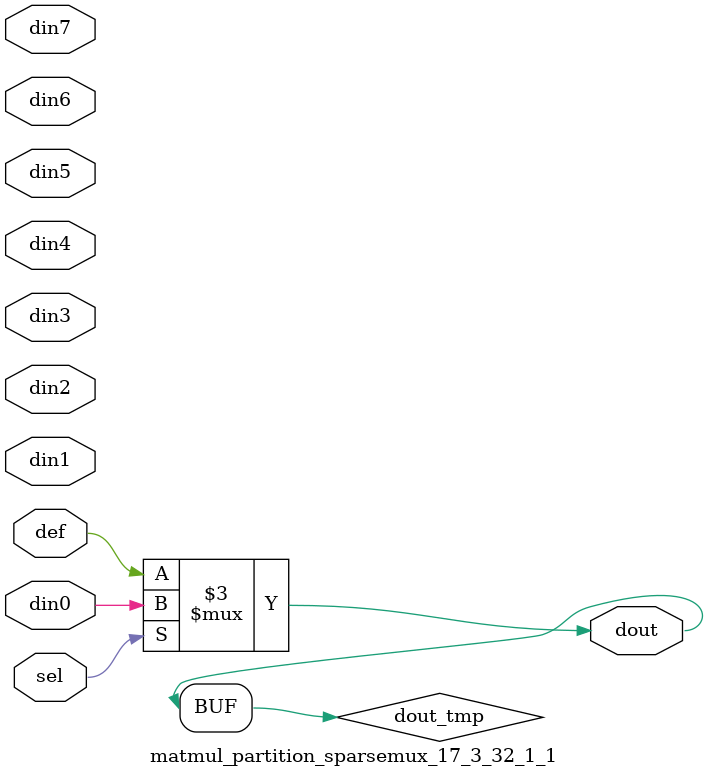
<source format=v>
`timescale 1ns / 1ps

module matmul_partition_sparsemux_17_3_32_1_1 (din0,din1,din2,din3,din4,din5,din6,din7,def,sel,dout);

parameter din0_WIDTH = 1;

parameter din1_WIDTH = 1;

parameter din2_WIDTH = 1;

parameter din3_WIDTH = 1;

parameter din4_WIDTH = 1;

parameter din5_WIDTH = 1;

parameter din6_WIDTH = 1;

parameter din7_WIDTH = 1;

parameter def_WIDTH = 1;
parameter sel_WIDTH = 1;
parameter dout_WIDTH = 1;

parameter [sel_WIDTH-1:0] CASE0 = 1;

parameter [sel_WIDTH-1:0] CASE1 = 1;

parameter [sel_WIDTH-1:0] CASE2 = 1;

parameter [sel_WIDTH-1:0] CASE3 = 1;

parameter [sel_WIDTH-1:0] CASE4 = 1;

parameter [sel_WIDTH-1:0] CASE5 = 1;

parameter [sel_WIDTH-1:0] CASE6 = 1;

parameter [sel_WIDTH-1:0] CASE7 = 1;

parameter ID = 1;
parameter NUM_STAGE = 1;



input [din0_WIDTH-1:0] din0;

input [din1_WIDTH-1:0] din1;

input [din2_WIDTH-1:0] din2;

input [din3_WIDTH-1:0] din3;

input [din4_WIDTH-1:0] din4;

input [din5_WIDTH-1:0] din5;

input [din6_WIDTH-1:0] din6;

input [din7_WIDTH-1:0] din7;

input [def_WIDTH-1:0] def;
input [sel_WIDTH-1:0] sel;

output [dout_WIDTH-1:0] dout;



reg [dout_WIDTH-1:0] dout_tmp;


always @ (*) begin
(* parallel_case *) case (sel)
    
    CASE0 : dout_tmp = din0;
    
    CASE1 : dout_tmp = din1;
    
    CASE2 : dout_tmp = din2;
    
    CASE3 : dout_tmp = din3;
    
    CASE4 : dout_tmp = din4;
    
    CASE5 : dout_tmp = din5;
    
    CASE6 : dout_tmp = din6;
    
    CASE7 : dout_tmp = din7;
    
    default : dout_tmp = def;
endcase
end


assign dout = dout_tmp;



endmodule

</source>
